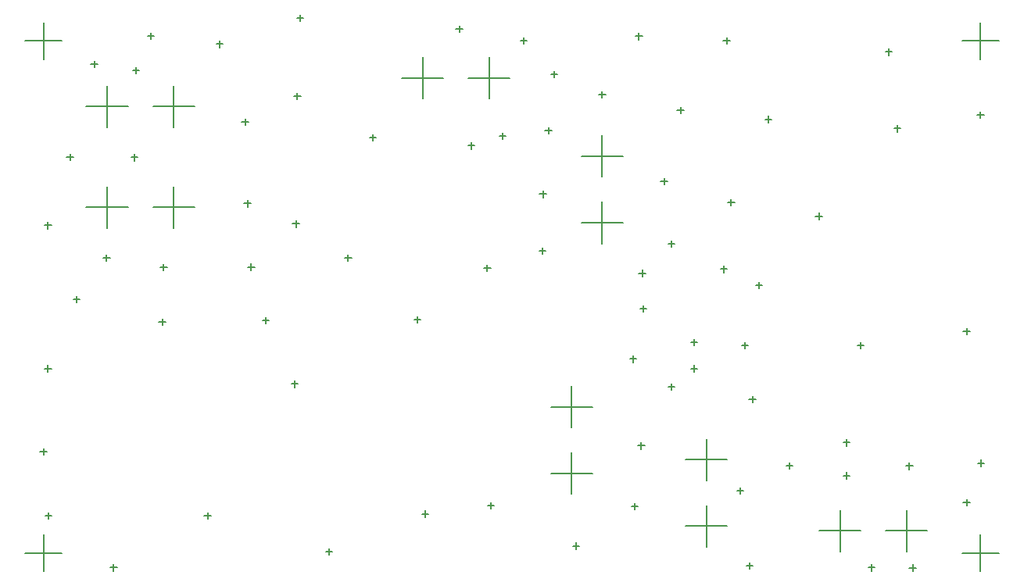
<source format=gbr>
%TF.GenerationSoftware,Altium Limited,Altium Designer,19.1.8 (144)*%
G04 Layer_Color=128*
%FSLAX26Y26*%
%MOIN*%
%TF.FileFunction,Drillmap*%
%TF.Part,Single*%
G01*
G75*
%TA.AperFunction,NonConductor*%
%ADD63C,0.005000*%
D63*
X2450787Y1850394D02*
X2627953D01*
X2539370Y1761811D02*
Y1938976D01*
X2450787Y1566929D02*
X2627953D01*
X2539370Y1478346D02*
Y1655512D01*
X340551Y2062008D02*
X517717D01*
X429134Y1973425D02*
Y2150591D01*
X624016Y2062008D02*
X801181D01*
X712598Y1973425D02*
Y2150591D01*
X2320866Y498031D02*
X2498032D01*
X2409449Y409449D02*
Y586614D01*
X2320866Y781496D02*
X2498032D01*
X2409449Y692913D02*
Y870079D01*
X1969488Y2184055D02*
X2146654D01*
X2058071Y2095472D02*
Y2272638D01*
X1686024Y2184055D02*
X1863189D01*
X1774606Y2095472D02*
Y2272638D01*
X340551Y1632874D02*
X517717D01*
X429134Y1544291D02*
Y1721457D01*
X624016Y1632874D02*
X801181D01*
X712598Y1544291D02*
Y1721457D01*
X2895669Y272638D02*
X3072835D01*
X2984252Y184055D02*
Y361221D01*
X2895669Y556102D02*
X3072835D01*
X2984252Y467520D02*
Y644685D01*
X3750000Y251969D02*
X3927165D01*
X3838583Y163386D02*
Y340551D01*
X3466535Y251969D02*
X3643701D01*
X3555118Y163386D02*
Y340551D01*
X78740Y2342520D02*
X236220D01*
X157480Y2263780D02*
Y2421260D01*
X78740Y157480D02*
X236220D01*
X157480Y78740D02*
Y236220D01*
X4074803Y157480D02*
X4232283D01*
X4153543Y78740D02*
Y236220D01*
X4074803Y2342520D02*
X4232283D01*
X4153543Y2263780D02*
Y2421260D01*
X360020Y2244095D02*
X388012D01*
X374016Y2230099D02*
Y2258090D01*
X3450571Y1594488D02*
X3478563D01*
X3464567Y1580492D02*
Y1608484D01*
X1226161Y2106299D02*
X1254153D01*
X1240158Y2092303D02*
Y2120295D01*
X163169Y1555118D02*
X191161D01*
X177165Y1541122D02*
Y1569114D01*
X163169Y944882D02*
X191161D01*
X177165Y930886D02*
Y958878D01*
X143484Y590551D02*
X171476D01*
X157480Y576555D02*
Y604547D01*
X2101162Y1936024D02*
X2129153D01*
X2115157Y1922028D02*
Y1950020D01*
X1917106Y2393701D02*
X1945098D01*
X1931102Y2379705D02*
Y2407697D01*
X2321634Y2199803D02*
X2349626D01*
X2335630Y2185807D02*
Y2213799D01*
X1013563Y1648622D02*
X1041555D01*
X1027559Y1634626D02*
Y1662618D01*
X1220256Y1562008D02*
X1248248D01*
X1234252Y1548012D02*
Y1576004D01*
X1548012Y1930118D02*
X1576004D01*
X1562008Y1916122D02*
Y1944114D01*
X1967303Y1895669D02*
X1995295D01*
X1981299Y1881673D02*
Y1909665D01*
X2036201Y1373032D02*
X2064193D01*
X2050197Y1359035D02*
Y1387027D01*
X1361988Y162402D02*
X1389980D01*
X1375984Y148406D02*
Y176398D01*
X1214351Y878937D02*
X1242342D01*
X1228347Y864941D02*
Y892933D01*
X843288Y315945D02*
X871279D01*
X857284Y301949D02*
Y329941D01*
X442697Y95472D02*
X470689D01*
X456693Y81476D02*
Y109468D01*
X284232Y1239173D02*
X312224D01*
X298228Y1225177D02*
Y1253169D01*
X531280Y1845472D02*
X559272D01*
X545276Y1831476D02*
Y1859468D01*
X538169Y2217520D02*
X566161D01*
X552165Y2203524D02*
Y2231516D01*
X256673Y1847441D02*
X284665D01*
X270669Y1833445D02*
Y1861437D01*
X602146Y2363189D02*
X630138D01*
X616142Y2349193D02*
Y2377185D01*
X2273406Y1688976D02*
X2301398D01*
X2287402Y1674980D02*
Y1702972D01*
X3850177Y94488D02*
X3878169D01*
X3864173Y80492D02*
Y108484D01*
X4080492Y373031D02*
X4108484D01*
X4094488Y359036D02*
Y387027D01*
X165138Y315945D02*
X193130D01*
X179134Y301949D02*
Y329941D01*
X1091319Y1150591D02*
X1119311D01*
X1105315Y1136595D02*
Y1164587D01*
X1738957Y1153543D02*
X1766949D01*
X1752953Y1139547D02*
Y1167539D01*
X2790138Y1744094D02*
X2818130D01*
X2804134Y1730099D02*
Y1758091D01*
X3167106Y812992D02*
X3195098D01*
X3181102Y798996D02*
Y826988D01*
X3568681Y488189D02*
X3596673D01*
X3582677Y474193D02*
Y502185D01*
X3324587Y530512D02*
X3352579D01*
X3338583Y516516D02*
Y544508D01*
X3114941Y424213D02*
X3142933D01*
X3128937Y410217D02*
Y438209D01*
X3673996Y95472D02*
X3701988D01*
X3687992Y81476D02*
Y109468D01*
X4142500Y541339D02*
X4170492D01*
X4156496Y527343D02*
Y555335D01*
X3836398Y528543D02*
X3864390D01*
X3850394Y514547D02*
Y542539D01*
X3154311Y102362D02*
X3182303D01*
X3168307Y88366D02*
Y116358D01*
X1771437Y324803D02*
X1799429D01*
X1785433Y310807D02*
Y338799D01*
X2051949Y360236D02*
X2079941D01*
X2065945Y346240D02*
Y374232D01*
X2692697Y615158D02*
X2720689D01*
X2706693Y601162D02*
Y629154D01*
X2664154Y357284D02*
X2692146D01*
X2678150Y343288D02*
Y371279D01*
X2415138Y187992D02*
X2443130D01*
X2429134Y173996D02*
Y201988D01*
X2526358Y2113189D02*
X2554350D01*
X2540354Y2099193D02*
Y2127185D01*
X2297028Y1959646D02*
X2325020D01*
X2311024Y1945650D02*
Y1973642D01*
X3568677Y628937D02*
X3596677D01*
X3582677Y614937D02*
Y642937D01*
X413169Y1417323D02*
X441161D01*
X427165Y1403327D02*
Y1431319D01*
X894469Y2328740D02*
X922461D01*
X908465Y2314744D02*
Y2342736D01*
X1238957Y2440945D02*
X1266949D01*
X1252953Y2426949D02*
Y2454941D01*
X2190728Y2342520D02*
X2218720D01*
X2204724Y2328524D02*
Y2356516D01*
X1442697Y1417323D02*
X1470689D01*
X1456693Y1403327D02*
Y1431319D01*
X2271437Y1445866D02*
X2299429D01*
X2285433Y1431870D02*
Y1459862D01*
X2682854Y2362205D02*
X2710846D01*
X2696850Y2348209D02*
Y2376201D01*
X3056870Y2342520D02*
X3084862D01*
X3070866Y2328524D02*
Y2356516D01*
X3747815Y2295276D02*
X3775807D01*
X3761811Y2281280D02*
Y2309272D01*
X4139547Y2027559D02*
X4167539D01*
X4153543Y2013563D02*
Y2041555D01*
X2860020Y2047244D02*
X2888012D01*
X2874016Y2033248D02*
Y2061240D01*
X3234035Y2007874D02*
X3262028D01*
X3248032Y1993878D02*
Y2021870D01*
X3076555Y1653543D02*
X3104547D01*
X3090551Y1639547D02*
Y1667539D01*
X3785217Y1968504D02*
X3813209D01*
X3799213Y1954508D02*
Y1982500D01*
X4080492Y1102362D02*
X4108484D01*
X4094488Y1088366D02*
Y1116358D01*
X3627736Y1043307D02*
X3655728D01*
X3641732Y1029311D02*
Y1057303D01*
X2658248Y985236D02*
X2686240D01*
X2672244Y971240D02*
Y999232D01*
X2820650Y866142D02*
X2848642D01*
X2834646Y852146D02*
Y880138D01*
X2919075Y944882D02*
X2947067D01*
X2933071Y930886D02*
Y958878D01*
X2919075Y1056102D02*
X2947067D01*
X2933071Y1042106D02*
Y1070098D01*
X3135610Y1043307D02*
X3163602D01*
X3149606Y1029311D02*
Y1057303D01*
X3194665Y1299213D02*
X3222657D01*
X3208661Y1285217D02*
Y1313209D01*
X2820650Y1476378D02*
X2848642D01*
X2834646Y1462382D02*
Y1490374D01*
X2696634Y1351378D02*
X2724626D01*
X2710630Y1337382D02*
Y1365374D01*
X2702539Y1200787D02*
X2730532D01*
X2716535Y1186791D02*
Y1214783D01*
X656280Y1376968D02*
X684272D01*
X670276Y1362973D02*
Y1390965D01*
X1029311Y1377953D02*
X1057303D01*
X1043307Y1363957D02*
Y1391949D01*
X650374Y1142716D02*
X678366D01*
X664370Y1128720D02*
Y1156713D01*
X1003721Y1997047D02*
X1031713D01*
X1017717Y1983051D02*
Y2011043D01*
X3044189Y1368740D02*
X3072189D01*
X3058189Y1354740D02*
Y1382740D01*
%TF.MD5,92d15014616ac599690f2be1fd438391*%
M02*

</source>
